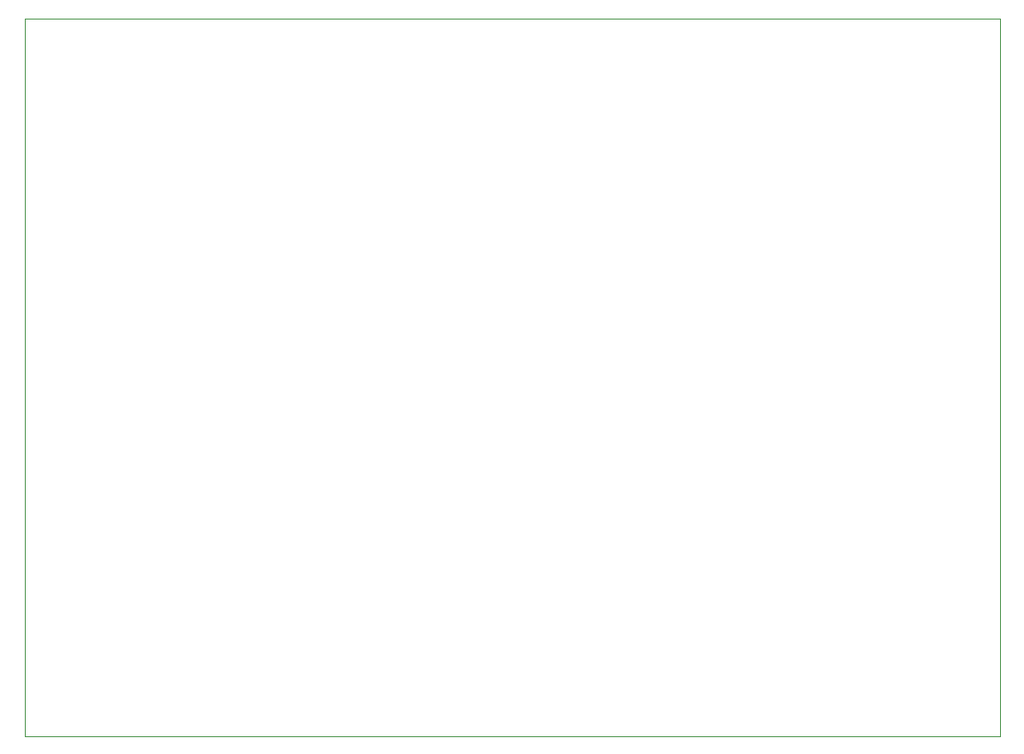
<source format=gko>
G04 Layer_Color=16711935*
%FSLAX25Y25*%
%MOIN*%
G70*
G01*
G75*
%ADD30C,0.00100*%
D30*
X43701Y-394D02*
X43701Y-394D01*
X410138D01*
X410138Y-394D01*
Y269291D01*
X410138Y269291D02*
X410138Y269291D01*
X43701Y269291D02*
X410138D01*
X43701D02*
X43701Y269291D01*
Y-394D02*
Y269291D01*
M02*

</source>
